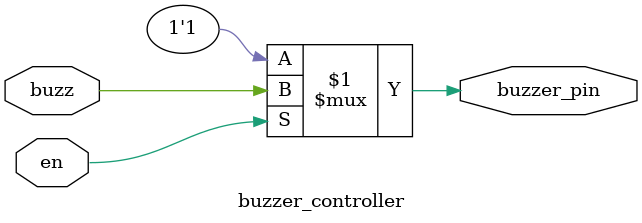
<source format=v>
module buzzer_controller (
	en, 
	buzz, 
	buzzer_pin
);	
	input en;
	
	input buzz;
	
	output buzzer_pin;
	
	assign buzzer_pin = en ? buzz : 1'b1;
endmodule
</source>
